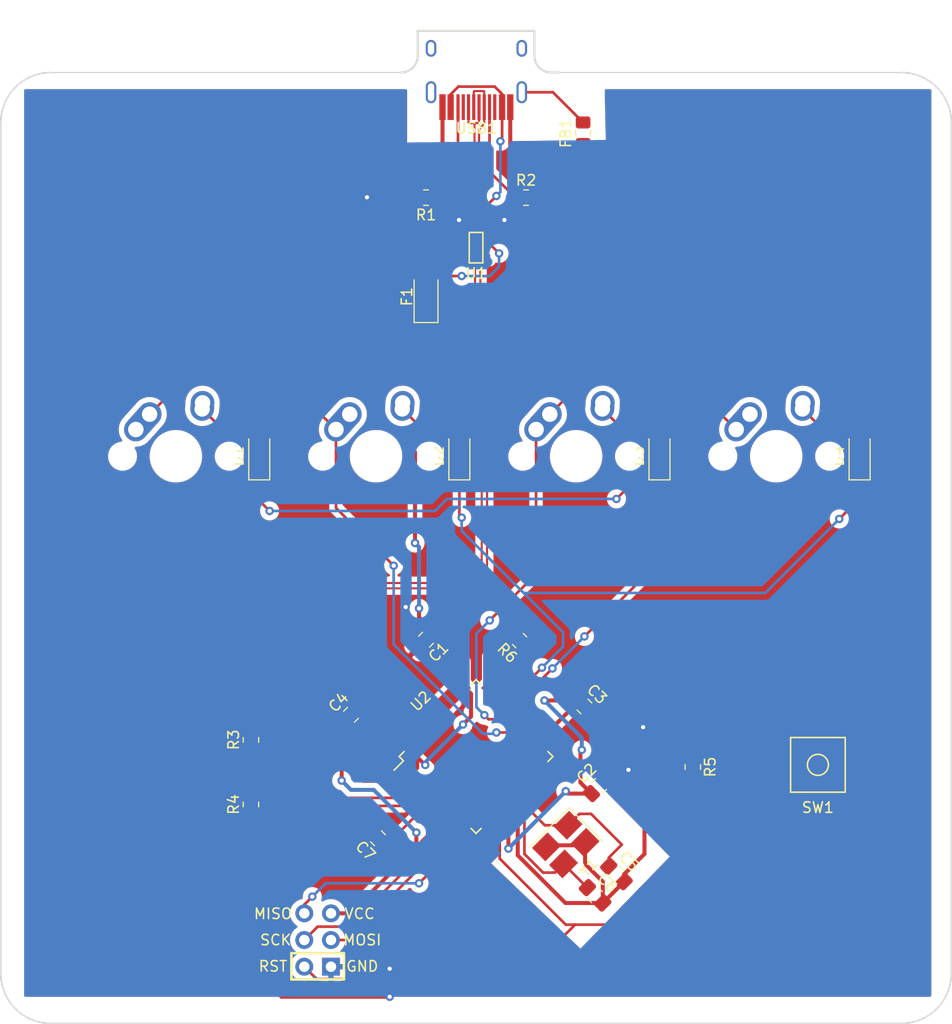
<source format=kicad_pcb>
(kicad_pcb (version 20211014) (generator pcbnew)
  (layers (0 "F.Cu" signal) (31 "B.Cu" signal) (34 "B.Paste" user) (35 "F.Paste" user) (36 "B.SilkS" user "B.Silkscreen") (37 "F.SilkS" user "F.Silkscreen") (38 "B.Mask" user) (39 "F.Mask" user) (44 "Edge.Cuts" user))
  (net 0 "")
  (net 1 "+5V")
  (net 2 "GND")
  (net 3 "Net-(C5-Pad1)")
  (net 4 "Net-(C6-Pad1)")
  (net 5 "Net-(C7-Pad1)")
  (net 6 "ROW0")
  (net 7 "Net-(D1-Pad2)")
  (net 8 "ROW1")
  (net 9 "Net-(D2-Pad2)")
  (net 10 "Net-(D3-Pad2)")
  (net 11 "Net-(D4-Pad2)")
  (net 12 "VCC")
  (net 13 "MISO")
  (net 14 "SCK")
  (net 15 "MOSI")
  (net 16 "RESET")
  (net 17 "COL0")
  (net 18 "COL1")
  (net 19 "Net-(R1-Pad1)")
  (net 20 "Net-(R2-Pad1)")
  (net 21 "Net-(R3-Pad1)")
  (net 22 "D-")
  (net 23 "Net-(R4-Pad1)")
  (net 24 "D+")
  (net 25 "Net-(R6-Pad2)")
  (net 47 "GNDREF")
  (footprint "Resistor_SMD:R_0805_2012Metric_Pad1.20x1.40mm_HandSolder" (layer "F.Cu") (at 140.49375 48.41875)
    (fp_text reference "R2")
    (fp_text value "5.1k")
  )
  (footprint "Capacitor_SMD:C_0805_2012Metric_Pad1.18x1.45mm_HandSolder" (layer "F.Cu") (at 146.05 96.8375 -45)
    (fp_text reference "C3")
    (fp_text value "0.1uF")
  )
  (footprint "MX_Alps_Hybrid:MX-1U-NoLED" (layer "F.Cu") (at 107.15625 73.025)
    (fp_text reference "MX1")
    (fp_text value "MX-NoLED")
  )
  (footprint "Resistor_SMD:R_0805_2012Metric_Pad1.20x1.40mm_HandSolder" (layer "F.Cu") (at 114.3 106.15625 90)
    (fp_text reference "R4")
    (fp_text value "22")
  )
  (footprint "Type-C:HRO-TYPE-C-31-M-12-HandSoldering" (layer "F.Cu") (at 135.763 31.609995 180)
    (fp_text reference "USB1")
    (fp_text value "HRO-TYPE-C-31-M-12")
  )
  (footprint "random-keyboard-parts:SKQG-1155865" (layer "F.Cu") (at 168.275 102.39375)
    (fp_text reference "SW1")
    (fp_text value "SW_Push")
  )
  (footprint "MX_Alps_Hybrid:MX-1U-NoLED" (layer "F.Cu") (at 126.20625 73.025)
    (fp_text reference "MX2")
    (fp_text value "MX-NoLED")
  )
  (footprint "MX_Alps_Hybrid:MX-1U-NoLED" (layer "F.Cu") (at 145.25625 73.025)
    (fp_text reference "MX3")
    (fp_text value "MX-NoLED")
  )
  (footprint "random-keyboard-parts:Reset_Pretty-Mask" (layer "F.Cu") (at 120.65 119.0625)
    (fp_text reference "J1")
    (fp_text value "AVR-ISP-6")
  )
  (footprint "Crystal:Crystal_SMD_3225-4Pin_3.2x2.5mm_HandSoldering" (layer "F.Cu") (at 144.272 109.982 -135)
    (fp_text reference "Y1")
    (fp_text value "16MHz")
  )
  (footprint "MX_Alps_Hybrid:MX-1U-NoLED" (layer "F.Cu") (at 164.30625 73.025)
    (fp_text reference "MX4")
    (fp_text value "MX-NoLED")
  )
  (footprint "Diode_SMD:D_SOD-123" (layer "F.Cu") (at 115.09375 73.025 90)
    (fp_text reference "D1")
    (fp_text value "D_Small")
  )
  (footprint "Capacitor_SMD:C_0805_2012Metric_Pad1.18x1.45mm_HandSolder" (layer "F.Cu") (at 147.447 104.394 45)
    (fp_text reference "C2")
    (fp_text value "0.1uF")
  )
  (footprint "Diode_SMD:D_SOD-123" (layer "F.Cu") (at 134.14375 73.025 90)
    (fp_text reference "D2")
    (fp_text value "D_Small")
  )
  (footprint "Diode_SMD:D_SOD-123" (layer "F.Cu") (at 172.24375 73.025 90)
    (fp_text reference "D4")
    (fp_text value "D_Small")
  )
  (footprint "random-keyboard-parts:SOT143B" (layer "F.Cu") (at 135.73125 53.18125)
    (fp_text reference "U1")
    (fp_text value "PRTR5V0U2X")
  )
  (footprint "Diode_SMD:D_SOD-123" (layer "F.Cu") (at 153.19375 73.025 90)
    (fp_text reference "D3")
    (fp_text value "D_Small")
  )
  (footprint "Resistor_SMD:R_0805_2012Metric_Pad1.20x1.40mm_HandSolder" (layer "F.Cu") (at 130.96875 48.41875 180)
    (fp_text reference "R1")
    (fp_text value "5.1k")
  )
  (footprint "Inductor_SMD:L_0805_2012Metric_Pad1.15x1.40mm_HandSolder" (layer "F.Cu") (at 145.923 42.291 90)
    (fp_text reference "FB1")
    (fp_text value "60@100MHz")
  )
  (footprint "Resistor_SMD:R_0805_2012Metric_Pad1.20x1.40mm_HandSolder" (layer "F.Cu") (at 114.3 100.0125 90)
    (fp_text reference "R3")
    (fp_text value "22")
  )
  (footprint "Capacitor_SMD:C_0805_2012Metric_Pad1.18x1.45mm_HandSolder" (layer "F.Cu") (at 126.393377 109.375377 135)
    (fp_text reference "C7")
    (fp_text value "1uF")
  )
  (footprint "Diode_SMD:D_1206_3216Metric_Pad1.42x1.75mm_HandSolder" (layer "F.Cu") (at 130.96875 57.84375 90)
    (fp_text reference "F1")
    (fp_text value "500m")
  )
  (footprint "Resistor_SMD:R_0805_2012Metric_Pad1.20x1.40mm_HandSolder" (layer "F.Cu") (at 139.873286 90.574143 135)
    (fp_text reference "R6")
    (fp_text value "10K")
  )
  (footprint "Capacitor_SMD:C_0805_2012Metric_Pad1.18x1.45mm_HandSolder" (layer "F.Cu") (at 149.098 112.776 -45)
    (fp_text reference "C5")
    (fp_text value "22pF")
  )
  (footprint "Capacitor_SMD:C_0805_2012Metric_Pad1.18x1.45mm_HandSolder" (layer "F.Cu") (at 123.825 97.63125 45)
    (fp_text reference "C4")
    (fp_text value "10pF")
  )
  (footprint "Package_QFP:TQFP-44_10x10mm_P0.8mm" (layer "F.Cu") (at 135.73125 101.6 45)
    (fp_text reference "U2")
    (fp_text value "ATmega32U4-A")
  )
  (footprint "Capacitor_SMD:C_0805_2012Metric_Pad1.18x1.45mm_HandSolder" (layer "F.Cu") (at 147.066 114.808 -45)
    (fp_text reference "C6")
    (fp_text value "22pF")
  )
  (footprint "Capacitor_SMD:C_0805_2012Metric_Pad1.18x1.45mm_HandSolder" (layer "F.Cu") (at 130.96875 90.4875 -135)
    (fp_text reference "C1")
    (fp_text value "0.1uF")
  )
  (footprint "Resistor_SMD:R_0805_2012Metric_Pad1.20x1.40mm_HandSolder" (layer "F.Cu") (at 156.36875 102.6 -90)
    (fp_text reference "R5")
    (fp_text value "10k")
  )
  (gr_line (start 95.25 36.5125) (end 128.5875 36.5125) (layer "Edge.Cuts") (width 0.1))
  (gr_line (start 90.4875 41.275) (end 90.4875 122.2375) (layer "Edge.Cuts") (width 0.15))
  (gr_arc (start 180.975 122.2375) (mid 179.580096 125.605096) (end 176.2125 127) (layer "Edge.Cuts") (width 0.15))
  (gr_line (start 142.875 36.5125) (end 143.66875 36.5125) (layer "Edge.Cuts") (width 0.2))
  (gr_line (start 143.66875 36.5125) (end 176.2125 36.5125) (layer "Edge.Cuts") (width 0.1))
  (gr_line (start 95.25 127) (end 176.2125 127) (layer "Edge.Cuts") (width 0.15))
  (gr_line (start 141.2875 32.54375) (end 141.2875 34.925) (layer "Edge.Cuts") (width 0.2))
  (gr_line (start 130.175 32.54375) (end 141.2875 32.54375) (layer "Edge.Cuts") (width 0.2))
  (gr_arc (start 142.875 36.5125) (mid 141.752468 36.047532) (end 141.2875 34.925) (layer "Edge.Cuts") (width 0.2))
  (gr_arc (start 176.2125 36.5125) (mid 179.580096 37.907404) (end 180.975 41.275) (layer "Edge.Cuts") (width 0.15))
  (gr_arc (start 90.4875 41.275) (mid 91.882404 37.907404) (end 95.25 36.5125) (layer "Edge.Cuts") (width 0.15))
  (gr_line (start 130.175 34.925) (end 130.175 32.54375) (layer "Edge.Cuts") (width 0.2))
  (gr_line (start 180.975 41.275) (end 180.975 122.2375) (layer "Edge.Cuts") (width 0.15))
  (gr_arc (start 95.25 127) (mid 91.882404 125.605096) (end 90.4875 122.2375) (layer "Edge.Cuts") (width 0.15))
  (gr_arc (start 130.175 34.925) (mid 129.710032 36.047532) (end 128.5875 36.5125) (layer "Edge.Cuts") (width 0.2))
  (segment (start 130.2385 110.0455) (end 130.048 109.855) (width 0.381) (layer "F.Cu") (net 1))
  (segment (start 130.124698 101.650302) (end 130.124698 102.681069) (width 0.381) (layer "F.Cu") (net 1))
  (segment (start 145.154254 96.266) (end 145.316377 96.103877) (width 0.381) (layer "F.Cu") (net 1))
  (segment (start 130.124698 101.650302) (end 128.872314 100.397918) (width 0.381) (layer "F.Cu") (net 1))
  (segment (start 130.96875 59.33125) (end 126.619 63.681) (width 0.381) (layer "F.Cu") (net 1))
  (segment (start 124.999366 103.917366) (end 128.888401 103.917366) (width 0.381) (layer "F.Cu") (net 1))
  (segment (start 123.091377 98.364873) (end 125.124422 100.397918) (width 0.381) (layer "F.Cu") (net 1))
  (segment (start 130.124698 102.681069) (end 129.438 103.367767) (width 0.381) (layer "F.Cu") (net 1))
  (segment (start 122.174 99.551434) (end 122.174 101.092) (width 0.381) (layer "F.Cu") (net 1))
  (segment (start 145.669 101.092) (end 145.796 100.965) (width 0.381) (layer "F.Cu") (net 1))
  (segment (start 145.669 103.124) (end 145.669 101.092) (width 0.381) (layer "F.Cu") (net 1))
  (segment (start 122.936 101.854) (end 122.809 101.727) (width 0.381) (layer "F.Cu") (net 1))
  (segment (start 122.809 101.727) (end 124.999366 103.917366) (width 0.381) (layer "F.Cu") (net 1))
  (segment (start 134.529168 92.580672) (end 134.529168 94.741064) (width 0.381) (layer "F.Cu") (net 1))
  (segment (start 122.174 101.092) (end 122.809 101.727) (width 0.381) (layer "F.Cu") (net 1))
  (segment (start 123.091377 98.364873) (end 123.091377 98.634057) (width 0.381) (layer "F.Cu") (net 1))
  (segment (start 130.2385 110.0455) (end 131.191 109.093) (width 0.381) (layer "F.Cu") (net 1))
  (segment (start 147.193 101.6) (end 145.669 103.124) (width 0.381) (layer "F.Cu") (net 1))
  (segment (start 145.316377 96.540356) (end 142.0245 99.832233) (width 0.381) (layer "F.Cu") (net 1))
  (segment (start 138.811 110.363) (end 138.811 108.073863) (width 0.381) (layer "F.Cu") (net 1))
  (segment (start 132.816025 105.646596) (end 132.266427 106.196194) (width 0.381) (layer "F.Cu") (net 1))
  (segment (start 122.936 103.886) (end 122.936 101.854) (width 0.381) (layer "F.Cu") (net 1))
  (segment (start 134.529168 94.741064) (end 134.529168 94.905168) (width 0.381) (layer "F.Cu") (net 1))
  (segment (start 144.497623 105.127623) (end 144.272 104.902) (width 0.381) (layer "F.Cu") (net 1))
  (segment (start 142.24 96.266) (end 145.154254 96.266) (width 0.381) (layer "F.Cu") (net 1))
  (segment (start 145.669 103.124) (end 145.669 104.083246) (width 0.381) (layer "F.Cu") (net 1))
  (segment (start 135.255 95.631) (end 135.255 97.79) (width 0.381) (layer "F.Cu") (net 1))
  (segment (start 134.529168 94.905168) (end 135.255 95.631) (width 0.381) (layer "F.Cu") (net 1))
  (segment (start 156.36875 101.6) (end 147.193 101.6) (width 0.381) (layer "F.Cu") (net 1))
  (segment (start 126.619 63.681) (end 126.619 69.342) (width 0.381) (layer "F.Cu") (net 1))
  (segment (start 136.383733 105.646596) (end 132.816025 105.646596) (width 0.381) (layer "F.Cu") (net 1))
  (segment (start 146.713377 105.127623) (end 144.497623 105.127623) (width 0.381) (layer "F.Cu") (net 1))
  (segment (start 130.879627 102.405231) (end 130.124698 101.650302) (width 0.381) (layer "F.Cu") (net 1))
  (segment (start 125.124422 100.397918) (end 128.872314 100.397918) (width 0.381) (layer "F.Cu") (net 1))
  (segment (start 121.92 116.5225) (end 123.7615 116.5225) (width 0.381) (layer "F.Cu") (net 1))
  (segment (start 135.255 97.79) (end 134.487286 98.557714) (width 0.381) (layer "F.Cu") (net 1))
  (segment (start 129.921 72.644) (end 129.921 81.28) (width 0.381) (layer "F.Cu") (net 1))
  (segment (start 126.619 69.342) (end 128.524 71.247) (width 0.381) (layer "F.Cu") (net 1))
  (segment (start 123.091377 98.634057) (end 122.174 99.551434) (width 0.381) (layer "F.Cu") (net 1))
  (segment (start 130.893769 102.405231) (end 130.879627 102.405231) (width 0.381) (layer "F.Cu") (net 1))
  (segment (start 138.064702 107.327565) (end 136.383733 105.646596) (width 0.381) (layer "F.Cu") (net 1))
  (segment (start 145.669 104.083246) (end 146.713377 105.127623) (width 0.381) (layer "F.Cu") (net 1))
  (segment (start 130.302 88.353504) (end 131.702373 89.753877) (width 0.381) (layer "F.Cu") (net 1))
  (segment (start 145.316377 96.103877) (end 145.316377 96.540356) (width 0.381) (layer "F.Cu") (net 1))
  (segment (start 131.702373 89.753877) (end 134.529168 92.580672) (width 0.381) (layer "F.Cu") (net 1))
  (segment (start 131.191 107.271621) (end 132.266427 106.196194) (width 0.381) (layer "F.Cu") (net 1))
  (segment (start 130.048 109.855) (end 130.048 108.839) (width 0.381) (layer "F.Cu") (net 1))
  (segment (start 131.191 109.093) (end 131.191 107.271621) (width 0.381) (layer "F.Cu") (net 1))
  (segment (start 138.811 108.073863) (end 138.064702 107.327565) (width 0.381) (layer "F.Cu") (net 1))
  (segment (start 130.302 87.503) (end 130.302 88.353504) (width 0.381) (layer "F.Cu") (net 1))
  (segment (start 128.888401 103.917366) (end 129.438 103.367767) (width 0.381) (layer "F.Cu") (net 1))
  (segment (start 123.7615 116.5225) (end 130.2385 110.0455) (width 0.381) (layer "F.Cu") (net 1))
  (segment (start 128.524 71.247) (end 129.921 72.644) (width 0.381) (layer "F.Cu") (net 1))
  (via (at 130.302 87.503) (size 0.8) (drill 0.4) (layers "F.Cu" "B.Cu") (net 1))
  (via (at 129.921 81.28) (size 0.8) (drill 0.4) (layers "F.Cu" "B.Cu") (net 1))
  (via (at 145.796 100.965) (size 0.8) (drill 0.4) (layers "F.Cu" "B.Cu") (net 1))
  (via (at 142.24 96.266) (size 0.8) (drill 0.4) (layers "F.Cu" "B.Cu") (net 1))
  (via (at 130.048 108.839) (size 0.8) (drill 0.4) (layers "F.Cu" "B.Cu") (net 1))
  (via (at 122.936 103.886) (size 0.8) (drill 0.4) (layers "F.Cu" "B.Cu") (net 1))
  (via (at 144.272 104.902) (size 0.8) (drill 0.4) (layers "F.Cu" "B.Cu") (net 1))
  (via (at 138.811 110.363) (size 0.8) (drill 0.4) (layers "F.Cu" "B.Cu") (net 1))
  (via (at 130.893769 102.405231) (size 0.8) (drill 0.4) (layers "F.Cu" "B.Cu") (net 1))
  (via (at 134.487286 98.557714) (size 0.8) (drill 0.4) (layers "F.Cu" "B.Cu") (net 1))
  (segment (start 130.048 108.839) (end 125.984 104.775) (width 0.381) (layer "B.Cu") (net 1))
  (segment (start 145.796 99.822) (end 142.24 96.266) (width 0.381) (layer "B.Cu") (net 1))
  (segment (start 134.487286 98.557714) (end 130.893769 102.151231) (width 0.381) (layer "B.Cu") (net 1))
  (segment (start 123.825 104.775) (end 122.936 103.886) (width 0.381) (layer "B.Cu") (net 1))
  (segment (start 130.893769 102.151231) (end 130.893769 102.405231) (width 0.381) (layer "B.Cu") (net 1))
  (segment (start 125.984 104.775) (end 123.952 104.775) (width 0.381) (layer "B.Cu") (net 1))
  (segment (start 123.952 104.775) (end 123.825 104.775) (width 0.381) (layer "B.Cu") (net 1))
  (segment (start 129.921 81.28) (end 130.302 81.661) (width 0.381) (layer "B.Cu") (net 1))
  (segment (start 144.272 104.902) (end 138.811 110.363) (width 0.381) (layer "B.Cu") (net 1))
  (segment (start 145.796 100.965) (end 145.796 99.822) (width 0.381) (layer "B.Cu") (net 1))
  (segment (start 130.302 81.661) (end 130.302 87.503) (width 0.381) (layer "B.Cu") (net 1))
  (segment (start 145.506877 97.571123) (end 142.680082 100.397918) (width 0.381) (layer "F.Cu") (net 2))
  (segment (start 129.032 90.017996) (end 129.032 87.376) (width 0.381) (layer "F.Cu") (net 2))
  (segment (start 147.799623 113.509623) (end 146.110478 111.820478) (width 0.381) (layer "F.Cu") (net 2))
  (segment (start 138.988 45.913) (end 138.988 39.804995) (width 0.381) (layer "F.Cu") (net 2))
  (segment (start 121.92 121.6025) (end 127.3175 121.6025) (width 0.381) (layer "F.Cu") (net 2))
  (segment (start 125.349 48.387) (end 129.937 48.387) (width 0.381) (layer "F.Cu") (net 2))
  (segment (start 116.586 114.427) (end 122.371246 108.641754) (width 0.381) (layer "F.Cu") (net 2))
  (segment (start 130.235127 91.221123) (end 129.032 90.017996) (width 0.381) (layer "F.Cu") (net 2))
  (segment (start 124.558623 96.897627) (end 126.503394 96.897627) (width 0.381) (layer "F.Cu") (net 2))
  (segment (start 130.235127 91.578394) (end 133.963483 95.30675) (width 0.381) (layer "F.Cu") (net 2))
  (segment (start 136.017 104.267) (end 131.932879 104.267) (width 0.381) (layer "F.Cu") (net 2))
  (segment (start 133.98125 52.43125) (end 134.73125 52.43125) (width 0.381) (layer "F.Cu") (net 2))
  (segment (start 132.088 50.538) (end 133.98125 52.43125) (width 0.381) (layer "F.Cu") (net 2))
  (segment (start 122.371246 108.641754) (end 125.659754 108.641754) (width 0.381) (layer "F.Cu") (net 2))
  (segment (start 149.831623 113.509623) (end 149.831623 112.804377) (width 0.381) (layer "F.Cu") (net 2))
  (segment (start 130.235127 91.221123) (end 130.235127 91.578394) (width 0.381) (layer "F.Cu") (net 2))
  (segment (start 129.438 99.832233) (end 129.987599 100.381832) (width 0.381) (layer "F.Cu") (net 2))
  (segment (start 126.503394 96.897627) (end 129.438 99.832233) (width 0.381) (layer "F.Cu") (net 2))
  (segment (start 139.7 107.831492) (end 138.630388 106.76188) (width 0.381) (layer "F.Cu") (net 2))
  (segment (start 153.197123 97.571123) (end 149.189877 97.571123) (width 0.381) (layer "F.Cu") (net 2))
  (segment (start 132.096 50.546) (end 132.088 50.538) (width 0.381) (layer "F.Cu") (net 2))
  (segment (start 142.576534 110.05112) (end 145.829226 110.05112) (width 0.381) (layer "F.Cu") (net 2))
  (segment (start 142.900004 91.28125) (end 149.189877 97.571123) (width 0.381) (layer "F.Cu") (net 2))
  (segment (start 127.558125 108.641754) (end 131.135056 105.064823) (width 0.381) (layer "F.Cu") (net 2))
  (segment (start 148.180623 103.660377) (end 149.450623 103.660377) (width 0.381) (layer "F.Cu") (net 2))
  (segment (start 149.831623 112.804377) (end 151.765 110.871) (width 0.381) (layer "F.Cu") (net 2))
  (segment (start 127.508 124.46) (end 117.221 124.46) (width 0.381) (layer "F.Cu") (net 2))
  (segment (start 129.438 99.832233) (end 131.932879 102.327112) (width 0.381) (layer "F.Cu") (net 2))
  (segment (start 151.765 107.244754) (end 148.180623 103.660377) (width 0.381) (layer "F.Cu") (net 2))
  (segment (start 132.538 45.8495) (end 132.538 39.804995) (width 0.381) (layer "F.Cu") (net 2))
  (segment (start 138.988 39.804995) (end 138.988 39.484995) (width 0.381) (layer "F.Cu") (net 2))
  (segment (start 140.580393 91.28125) (end 142.900004 91.28125) (width 0.381) (layer "F.Cu") (net 2))
  (segment (start 147.799623 115.541623) (end 149.831623 113.509623) (width 0.381) (layer "F.Cu") (net 2))
  (segment (start 141.49375 48.41875) (end 139.3665 50.546) (width 0.381) (layer "F.Cu") (net 2))
  (segment (start 171.866123 97.571123) (end 153.197123 97.571123) (width 0.381) (layer "F.Cu") (net 2))
  (segment (start 142.680082 100.397918) (end 142.590186 100.397918) (width 0.381) (layer "F.Cu") (net 2))
  (segment (start 149.189877 97.571123) (end 146.783623 97.571123) (width 0.381) (layer "F.Cu") (net 2))
  (segment (start 142.433522 110.194132) (end 142.576534 110.05112) (width 0.381) (layer "F.Cu") (net 2))
  (segment (start 129.987599 100.381832) (end 131.012168 100.381832) (width 0.381) (layer "F.Cu") (net 2))
  (segment (start 134.513082 95.856349) (end 133.963483 95.30675) (width 0.381) (layer "F.Cu") (net 2))
  (segment (start 117.221 124.46) (end 116.586 123.825) (width 0.381) (layer "F.Cu") (net 2))
  (segment (start 145.923 43.316) (end 145.923 43.9895) (width 0.381) (layer "F.Cu") (net 2))
  (segment (start 171.375 104.24375) (end 173.25125 104.24375) (width 0.381) (layer "F.Cu") (net 2))
  (segment (start 145.923 43.9895) (end 141.49375 48.41875) (width 0.381) (layer "F.Cu") (net 2))
  (segment (start 141.49375 48.41875) (end 138.988 45.913) (width 0.381) (layer "F.Cu") (net 2))
  (segment (start 139.3665 50.546) (end 138.43 50.546) (width 0.381) (layer "F.Cu") (net 2))
  (segment (start 173.25125 104.24375) (end 175.895 101.6) (width 0.381) (layer "F.Cu") (net 2))
  (segment (start 131.932879 102.327112) (end 131.932879 104.267) (width 0.381) (layer "F.Cu") (net 2))
  (segment (start 144.243623 115.541623) (end 139.7 110.998) (width 0.381) (layer "F.Cu") (net 2))
  (segment (start 129.937 48.387) (end 129.96875 48.41875) (width 0.381) (layer "F.Cu") (net 2))
  (segment (start 146.110478 111.820478) (end 146.110478 109.769868) (width 0.381) (layer "F.Cu") (net 2))
  (segment (start 175.895 101.6) (end 171.866123 97.571123) (width 0.381) (layer "F.Cu") (net 2))
  (segment (start 149.450623 103.660377) (end 150.241 102.87) (width 0.381) (layer "F.Cu") (net 2))
  (segment (start 129.96875 48.41875) (end 132.088 50.538) (width 0.381) (layer "F.Cu") (net 2))
  (segment (start 127.3175 121.6025) (end 127.508 121.793) (width 0.381) (layer "F.Cu") (net 2))
  (segment (start 138.51188 106.76188) (end 136.017 104.267) (width 0.381) (layer "F.Cu") (net 2))
  (segment (start 131.932879 104.267) (end 131.135056 105.064823) (width 0.381) (layer "F.Cu") (net 2))
  (segment (start 152.872877 97.571123) (end 153.197123 97.571123) (width 0.381) (layer "F.Cu") (net 2))
  (segment (start 129.96875 48.41875) (end 132.538 45.8495) (width 0.381) (layer "F.Cu") (net 2))
  (segment (start 116.586 123.825) (end 116.586 114.427) (width 0.381) (layer "F.Cu") (net 2))
  (segment (start 147.799623 115.541623) (end 144.243623 115.541623) (width 0.381) (layer "F.Cu") (net 2))
  (segment (start 134.112 50.546) (end 132.096 50.546) (width 0.381) (layer "F.Cu") (net 2))
  (segment (start 151.765 110.871) (end 151.765 107.244754) (width 0.381) (layer "F.Cu") (net 2))
  (segment (start 134.513082 96.880918) (end 134.513082 95.856349) (width 0.381) (layer "F.Cu") (net 2))
  (segment (start 131.012168 100.381832) (end 134.513082 96.880918) (width 0.381) (layer "F.Cu") (net 2))
  (segment (start 139.7 110.998) (end 139.7 107.831492) (width 0.381) (layer "F.Cu") (net 2))
  (segment (start 146.783623 97.571123) (end 145.506877 97.571123) (width 0.381) (layer "F.Cu") (net 2))
  (segment (start 151.638 98.806) (end 152.872877 97.571123) (width 0.381) (layer "F.Cu") (net 2))
  (segment (start 125.659754 108.641754) (end 127.558125 108.641754) (width 0.381) (layer "F.Cu") (net 2))
  (segment (start 138.630388 106.76188) (end 138.51188 106.76188) (width 0.381) (layer "F.Cu") (net 2))
  (segment (start 132.538 39.804995) (end 132.538 39.484995) (width 0.381) (layer "F.Cu") (net 2))
  (segment (start 147.799623 115.541623) (end 147.799623 113.509623) (width 0.381) (layer "F.Cu") (net 2))
  (segment (start 145.829226 110.05112) (end 146.110478 109.769868) (width 0.381) (layer "F.Cu") (net 2))
  (via (at 125.349 48.387) (size 0.8) (drill 0.4) (layers "F.Cu" "B.Cu") (net 2))
  (via (at 134.112 50.546) (size 0.8) (drill 0.4) (layers "F.Cu" "B.Cu") (net 2))
  (via (at 138.43 50.546) (size 0.8) (drill 0.4) (layers "F.Cu" "B.Cu") (net 2))
  (via (at 129.032 87.376) (size 0.8) (drill 0.4) (layers "F.Cu" "B.Cu") (net 2))
  (via (at 127.508 121.793) (size 0.8) (drill 0.4) (layers "F.Cu" "B.Cu") (net 2))
  (via (at 150.241 102.87) (size 0.8) (drill 0.4) (layers "F.Cu" "B.Cu") (net 2))
  (via (at 151.638 98.806) (size 0.8) (drill 0.4) (layers "F.Cu" "B.Cu") (net 2))
  (via (at 127.508 124.46) (size 0.8) (drill 0.4) (layers "F.Cu" "B.Cu") (net 2))
  (segment (start 150.241 99.568) (end 150.368 99.441) (width 0.381) (layer "B.Cu") (net 2))
  (segment (start 99.441 66.802) (end 117.856 48.387) (width 0.381) (layer "B.Cu") (net 2))
  (segment (start 126.339936 80.772) (end 101.6 80.772) (width 0.381) (layer "B.Cu") (net 2))
  (segment (start 138.43 50.546) (end 134.112 50.546) (width 0.381) (layer "B.Cu") (net 2))
  (segment (start 129.032 83.464064) (end 126.339936 80.772) (width 0.381) (layer "B.Cu") (net 2))
  (segment (start 150.241 102.87) (end 150.241 99.568) (width 0.381) (layer "B.Cu") (net 2))
  (segment (start 129.032 87.376) (end 129.032 83.464064) (width 0.381) (layer "B.Cu") (net 2))
  (segment (start 117.856 48.387) (end 125.349 48.387) (width 0.381) (layer "B.Cu") (net 2))
  (segment (start 150.368 99.441) (end 151.003 98.806) (width 0.381) (layer "B.Cu") (net 2))
  (segment (start 127.508 121.793) (end 127.508 124.46) (width 0.381) (layer "B.Cu") (net 2))
  (segment (start 99.441 78.613) (end 99.441 66.802) (width 0.381) (layer "B.Cu") (net 2))
  (segment (start 101.6 80.772) (end 99.441 78.613) (width 0.381) (layer "B.Cu") (net 2))
  (segment (start 151.003 98.806) (end 151.638 98.806) (width 0.381) (layer "B.Cu") (net 2))
  (segment (start 149.606 109.982) (end 146.685 107.061) (width 0.254) (layer "F.Cu") (net 3))
  (segment (start 142.274772 108.143522) (end 139.761759 105.630509) (width 0.254) (layer "F.Cu") (net 3))
  (segment (start 146.685 107.061) (end 145.566654 107.061) (width 0.254) (layer "F.Cu") (net 3))
  (segment (start 148.364377 112.042377) (end 148.364377 111.223623) (width 0.254) (layer "F.Cu") (net 3))
  (segment (start 145.566654 107.061) (end 144.484132 108.143522) (width 0.254) (layer "F.Cu") (net 3))
  (segment (start 148.364377 111.223623) (end 149.606 109.982) (width 0.254) (layer "F.Cu") (net 3))
  (segment (start 144.484132 108.143522) (end 142.274772 108.143522) (width 0.254) (layer "F.Cu") (net 3))
  (segment (start 140.335 110.871) (end 140.335 107.335121) (width 0.254) (layer "F.Cu") (net 4))
  (segment (start 143.231346 112.649) (end 142.113 112.649) (width 0.254) (layer "F.Cu") (net 4))
  (segment (start 142.113 112.649) (end 140.335 110.871) (width 0.254) (layer "F.Cu") (net 4))
  (segment (start 146.313767 114.074377) (end 144.059868 111.820478) (width 0.254) (layer "F.Cu") (net 4))
  (segment (start 140.335 107.335121) (end 139.196073 106.196194) (width 0.254) (layer "F.Cu") (net 4))
  (segment (start 146.332377 114.074377) (end 146.313767 114.074377) (width 0.254) (layer "F.Cu") (net 4))
  (segment (start 144.059868 111.820478) (end 143.231346 112.649) (width 0.254) (layer "F.Cu") (net 4))
  (segment (start 127.127 110.109) (end 131.605491 105.630509) (width 0.254) (layer "F.Cu") (net 5))
  (segment (start 131.605491 105.630509) (end 131.700741 105.630509) (width 0.254) (layer "F.Cu") (net 5))
  (segment (start 153.19375 83.02625) (end 146.05 90.17) (width 0.254) (layer "F.Cu") (net 6))
  (segment (start 143.002 93.218) (end 139.216194 97.003806) (width 0.254) (layer "F.Cu") (net 6))
  (segment (start 151.512 74.675) (end 153.19375 74.675) (width 0.254) (layer "F.Cu") (net 6))
  (segment (start 115.09375 74.675) (end 115.09375 77.24775) (width 0.254) (layer "F.Cu") (net 6))
  (segment (start 115.09375 77.24775) (end 116.078 78.232) (width 0.254) (layer "F.Cu") (net 6))
  (segment (start 139.216194 97.003806) (end 139.196073 97.003806) (width 0.254) (layer "F.Cu") (net 6))
  (segment (start 149.098 77.089) (end 151.512 74.675) (width 0.254) (layer "F.Cu") (net 6))
  (segment (start 153.19375 74.675) (end 153.19375 83.02625) (width 0.254) (layer "F.Cu") (net 6))
  (via (at 149.098 77.089) (size 0.8) (drill 0.4) (layers "F.Cu" "B.Cu") (net 6))
  (via (at 146.05 90.17) (size 0.8) (drill 0.4) (layers "F.Cu" "B.Cu") (net 6))
  (via (at 116.078 78.232) (size 0.8) (drill 0.4) (layers "F.Cu" "B.Cu") (net 6))
  (via (at 143.002 93.218) (size 0.8) (drill 0.4) (layers "F.Cu" "B.Cu") (net 6))
  (segment (start 132.842 77.216) (end 132.969 77.089) (width 0.254) (layer "B.Cu") (net 6))
  (segment (start 146.05 90.17) (end 143.002 93.218) (width 0.254) (layer "B.Cu") (net 6))
  (segment (start 116.078 78.232) (end 131.826 78.232) (width 0.254) (layer "B.Cu") (net 6))
  (segment (start 131.826 78.232) (end 132.842 77.216) (width 0.254) (layer "B.Cu") (net 6))
  (segment (start 132.969 77.089) (end 149.098 77.089) (width 0.254) (layer "B.Cu") (net 6))
  (segment (start 115.09375 71.375) (end 112.50625 71.375) (width 0.254) (layer "F.Cu") (net 7))
  (segment (start 112.50625 71.375) (end 109.65625 68.525) (width 0.254) (layer "F.Cu") (net 7))
  (segment (start 172.24375 77.05725) (end 170.307 78.994) (width 0.254) (layer "F.Cu") (net 8))
  (segment (start 138.712966 96.43812) (end 138.630388 96.43812) (width 0.254) (layer "F.Cu") (net 8))
  (segment (start 142.005095 93.145991) (end 138.712966 96.43812) (width 0.254) (layer "F.Cu") (net 8))
  (segment (start 134.14375 74.675) (end 134.14375 78.64475) (width 0.254) (layer "F.Cu") (net 8))
  (segment (start 134.14375 78.64475) (end 134.366 78.867) (width 0.254) (layer "F.Cu") (net 8))
  (segment (start 172.24375 74.675) (end 172.24375 77.05725) (width 0.254) (layer "F.Cu") (net 8))
  (via (at 170.307 78.994) (size 0.8) (drill 0.4) (layers "F.Cu" "B.Cu") (net 8))
  (via (at 142.005095 93.145991) (size 0.8) (drill 0.4) (layers "F.Cu" "B.Cu") (net 8))
  (via (at 134.366 78.867) (size 0.8) (drill 0.4) (layers "F.Cu" "B.Cu") (net 8))
  (segment (start 134.366 78.867) (end 134.366 80.137) (width 0.254) (layer "B.Cu") (net 8))
  (segment (start 163.2585 86.0425) (end 140.2715 86.0425) (width 0.254) (layer "B.Cu") (net 8))
  (segment (start 140.2715 86.0425) (end 144.018 89.789) (width 0.254) (layer "B.Cu") (net 8))
  (segment (start 134.366 80.137) (end 135.509 81.28) (width 0.254) (layer "B.Cu") (net 8))
  (segment (start 143.965086 91.186) (end 142.005095 93.145991) (width 0.254) (layer "B.Cu") (net 8))
  (segment (start 144.018 91.186) (end 143.965086 91.186) (width 0.254) (layer "B.Cu") (net 8))
  (segment (start 144.018 89.789) (end 144.018 91.186) (width 0.254) (layer "B.Cu") (net 8))
  (segment (start 170.307 78.994) (end 163.2585 86.0425) (width 0.254) (layer "B.Cu") (net 8))
  (segment (start 135.509 81.28) (end 140.2715 86.0425) (width 0.254) (layer "B.Cu") (net 8))
  (segment (start 131.55625 71.375) (end 128.70625 68.525) (width 0.254) (layer "F.Cu") (net 9))
  (segment (start 134.14375 71.375) (end 131.55625 71.375) (width 0.254) (layer "F.Cu") (net 9))
  (segment (start 150.60625 71.375) (end 147.75625 68.525) (width 0.254) (layer "F.Cu") (net 10))
  (segment (start 153.19375 71.375) (end 150.60625 71.375) (width 0.254) (layer "F.Cu") (net 10))
  (segment (start 172.24375 71.375) (end 169.65625 71.375) (width 0.254) (layer "F.Cu") (net 11))
  (segment (start 169.65625 71.375) (end 166.80625 68.525) (width 0.254) (layer "F.Cu") (net 11))
  (segment (start 137.668 48.26) (end 136.73125 49.19675) (width 0.254) (layer "F.Cu") (net 12))
  (segment (start 133.313 38.587) (end 133.313 39.804995) (width 0.254) (layer "F.Cu") (net 12))
  (segment (start 136.73125 52.53025) (end 137.922 53.721) (width 0.254) (layer "F.Cu") (net 12))
  (segment (start 134.047005 37.852995) (end 133.313 38.587) (width 0.254) (layer "F.Cu") (net 12))
  (segment (start 138.213 42.889) (end 138.049 43.053) (width 0.254) (layer "F.Cu") (net 12))
  (segment (start 136.73125 52.23125) (end 136.73125 52.53025) (width 0.254) (layer "F.Cu") (net 12))
  (segment (start 138.213 39.804995) (end 138.213 38.561996) (width 0.254) (layer "F.Cu") (net 12))
  (segment (start 134.366 55.88) (end 131.445 55.88) (width 0.254) (layer "F.Cu") (net 12))
  (segment (start 131.445 55.88) (end 130.96875 56.35625) (width 0.254) (layer "F.Cu") (net 12))
  (segment (start 138.213 39.804995) (end 138.213 42.889) (width 0.254) (layer "F.Cu") (net 12))
  (segment (start 136.73125 49.19675) (end 136.73125 52.23125) (width 0.254) (layer "F.Cu") (net 12))
  (segment (start 137.503999 37.852995) (end 134.047005 37.852995) (width 0.254) (layer "F.Cu") (net 12))
  (segment (start 138.213 38.561996) (end 137.503999 37.852995) (width 0.254) (layer "F.Cu") (net 12))
  (via (at 134.366 55.88) (size 0.8) (drill 0.4) (layers "F.Cu" "B.Cu") (net 12))
  (via (at 138.049 43.053) (size 0.8) (drill 0.4) (layers "F.Cu" "B.Cu") (net 12))
  (via (at 137.668 48.26) (size 0.8) (drill 0.4) (layers "F.Cu" "B.Cu") (net 12))
  (via (at 137.922 53.721) (size 0.8) (drill 0.4) (layers "F.Cu" "B.Cu") (net 12))
  (segment (start 137.922 54.991) (end 137.033 55.88) (width 0.254) (layer "B.Cu") (net 12))
  (segment (start 138.049 47.879) (end 137.668 48.26) (width 0.254) (layer "B.Cu") (net 12))
  (segment (start 138.049 43.053) (end 138.049 47.879) (width 0.254) (layer "B.Cu") (net 12))
  (segment (start 137.033 55.88) (end 134.366 55.88) (width 0.254) (layer "B.Cu") (net 12))
  (segment (start 137.922 53.721) (end 137.922 54.991) (width 0.254) (layer "B.Cu") (net 12))
  (segment (start 134.529168 109.437832) (end 134.529168 108.458936) (width 0.254) (layer "F.Cu") (net 13))
  (segment (start 119.38 116.5225) (end 119.38 115.697) (width 0.254) (layer "F.Cu") (net 13))
  (segment (start 130.302 113.665) (end 134.529168 109.437832) (width 0.254) (layer "F.Cu") (net 13))
  (segment (start 119.38 115.697) (end 120.142 114.935) (width 0.254) (layer "F.Cu") (net 13))
  (via (at 130.302 113.665) (size 0.8) (drill 0.4) (layers "F.Cu" "B.Cu") (net 13))
  (via (at 120.142 114.935) (size 0.8) (drill 0.4) (layers "F.Cu" "B.Cu") (net 13))
  (segment (start 120.142 114.935) (end 121.412 113.665) (width 0.254) (layer "B.Cu") (net 13))
  (segment (start 121.412 113.665) (end 130.302 113.665) (width 0.254) (layer "B.Cu") (net 13))
  (segment (start 120.65145 117.79105) (end 123.63595 117.79105) (width 0.254) (layer "F.Cu") (net 14))
  (segment (start 119.38 119.0625) (end 120.65145 117.79105) (width 0.254) (layer "F.Cu") (net 14))
  (segment (start 123.63595 117.79105) (end 131.826 109.601) (width 0.254) (layer "F.Cu") (net 14))
  (segment (start 131.826 109.601) (end 131.826 108.899363) (width 0.254) (layer "F.Cu") (net 14))
  (segment (start 131.826 108.899363) (end 133.397798 107.327565) (width 0.254) (layer "F.Cu") (net 14))
  (segment (start 132.842 109.728) (end 132.842 109.014733) (width 0.254) (layer "F.Cu") (net 15))
  (segment (start 132.842 109.014733) (end 133.963483 107.89325) (width 0.254) (layer "F.Cu") (net 15))
  (segment (start 121.92 119.0625) (end 123.5075 119.0625) (width 0.254) (layer "F.Cu") (net 15))
  (segment (start 123.5075 119.0625) (end 132.842 109.728) (width 0.254) (layer "F.Cu") (net 15))
  (segment (start 137.985116 108.379349) (end 137.985116 111.315116) (width 0.254) (layer "F.Cu") (net 16))
  (segment (start 139.9835 122.7795) (end 145.161 117.602) (width 0.254) (layer "F.Cu") (net 16))
  (segment (start 159.425 100.54375) (end 156.36875 103.6) (width 0.254) (layer "F.Cu") (net 16))
  (segment (start 144.272 117.602) (end 145.161 117.602) (width 0.254) (layer "F.Cu") (net 16))
  (segment (start 156.36875 111.09325) (end 156.36875 103.6) (width 0.254) (layer "F.Cu") (net 16))
  (segment (start 119.38 121.6025) (end 120.557 122.7795) (width 0.254) (layer "F.Cu") (net 16))
  (segment (start 137.499017 107.89325) (end 137.985116 108.379349) (width 0.254) (layer "F.Cu") (net 16))
  (segment (start 145.161 117.602) (end 149.86 117.602) (width 0.254) (layer "F.Cu") (net 16))
  (segment (start 120.557 122.7795) (end 139.9835 122.7795) (width 0.254) (layer "F.Cu") (net 16))
  (segment (start 149.86 117.602) (end 156.36875 111.09325) (width 0.254) (layer "F.Cu") (net 16))
  (segment (start 165.175 100.54375) (end 159.425 100.54375) (width 0.254) (layer "F.Cu") (net 16))
  (segment (start 137.985116 111.315116) (end 144.272 117.602) (width 0.254) (layer "F.Cu") (net 16))
  (segment (start 122.39625 77.94625) (end 127.889 83.439) (width 0.254) (layer "F.Cu") (net 17))
  (segment (start 108.585 64.897) (end 116.80825 64.897) (width 0.254) (layer "F.Cu") (net 17))
  (segment (start 108.585 65.09625) (end 108.585 64.897) (width 0.254) (layer "F.Cu") (net 17))
  (segment (start 137.668 99.314) (end 139.148621 99.314) (width 0.254) (layer "F.Cu") (net 17))
  (segment (start 139.148621 99.314) (end 140.327444 98.135177) (width 0.254) (layer "F.Cu") (net 17))
  (segment (start 104.65625 69.025) (end 108.585 65.09625) (width 0.254) (layer "F.Cu") (net 17))
  (segment (start 116.80825 64.897) (end 122.39625 70.485) (width 0.254) (layer "F.Cu") (net 17))
  (segment (start 122.39625 70.485) (end 122.39625 77.94625) (width 0.254) (layer "F.Cu") (net 17))
  (via (at 137.668 99.314) (size 0.8) (drill 0.4) (layers "F.Cu" "B.Cu") (net 17))
  (via (at 127.889 83.439) (size 0.8) (drill 0.4) (layers "F.Cu" "B.Cu") (net 17))
  (segment (start 136.398 99.441) (end 137.541 99.441) (width 0.254) (layer "B.Cu") (net 17))
  (segment (start 137.541 99.441) (end 137.668 99.314) (width 0.254) (layer "B.Cu") (net 17))
  (segment (start 127.889 90.932) (end 136.398 99.441) (width 0.254) (layer "B.Cu") (net 17))
  (segment (start 127.889 83.439) (end 127.889 90.932) (width 0.254) (layer "B.Cu") (net 17))
  (segment (start 141.44625 70.485) (end 141.44625 84.23275) (width 0.254) (layer "F.Cu") (net 18))
  (segment (start 136.91759 98.05559) (end 139.27566 98.05559) (width 0.254) (layer "F.Cu") (net 18))
  (segment (start 156.05125 66.04) (end 160.49625 70.485) (width 0.254) (layer "F.Cu") (net 18))
  (segment (start 142.75625 69.025) (end 145.74125 66.04) (width 0.254) (layer "F.Cu") (net 18))
  (segment (start 136.525 97.663) (end 136.91759 98.05559) (width 0.254) (layer "F.Cu") (net 18))
  (segment (start 145.74125 66.04) (end 156.05125 66.04) (width 0.254) (layer "F.Cu") (net 18))
  (segment (start 139.27566 98.05559) (end 139.761759 97.569491) (width 0.254) (layer "F.Cu") (net 18))
  (segment (start 141.44625 84.23275) (end 137.033 88.646) (width 0.254) (layer "F.Cu") (net 18))
  (via (at 137.033 88.646) (size 0.8) (drill 0.4) (layers "F.Cu" "B.Cu") (net 18))
  (via (at 136.525 97.663) (size 0.8) (drill 0.4) (layers "F.Cu" "B.Cu") (net 18))
  (segment (start 135.763 89.916) (end 135.763 96.774) (width 0.254) (layer "B.Cu") (net 18))
  (segment (start 137.033 88.646) (end 135.763 89.916) (width 0.254) (layer "B.Cu") (net 18))
  (segment (start 135.763 96.774) (end 135.763 96.901) (width 0.254) (layer "B.Cu") (net 18))
  (segment (start 135.763 96.901) (end 136.525 97.663) (width 0.254) (layer "B.Cu") (net 18))
  (segment (start 134.013 46.3745) (end 134.013 39.804995) (width 0.254) (layer "F.Cu") (net 19))
  (segment (start 131.96875 48.41875) (end 134.013 46.3745) (width 0.254) (layer "F.Cu") (net 19))
  (segment (start 139.47775 48.41875) (end 137.013 45.954) (width 0.254) (layer "F.Cu") (net 20))
  (segment (start 139.49375 48.41875) (end 139.47775 48.41875) (width 0.254) (layer "F.Cu") (net 20))
  (segment (start 137.013 45.954) (end 137.013 39.804995) (width 0.254) (layer "F.Cu") (net 20))
  (segment (start 114.3 101.0125) (end 114.3 101.727) (width 0.254) (layer "F.Cu") (net 21))
  (segment (start 118.11 105.537) (end 128.400137 105.537) (width 0.254) (layer "F.Cu") (net 21))
  (segment (start 128.400137 105.537) (end 130.003685 103.933452) (width 0.254) (layer "F.Cu") (net 21))
  (segment (start 114.3 101.727) (end 118.11 105.537) (width 0.254) (layer "F.Cu") (net 21))
  (segment (start 112.141 99.06) (end 114.2525 99.06) (width 0.2) (layer "F.Cu") (net 22))
  (segment (start 136.017 53.417) (end 136.73125 54.13125) (width 0.2) (layer "F.Cu") (net 22))
  (segment (start 135.513 39.804995) (end 135.513 38.329995) (width 0.2) (layer "F.Cu") (net 22))
  (segment (start 114.2525 99.06) (end 114.3 99.0125) (width 0.2) (layer "F.Cu") (net 22))
  (segment (start 112.141 95.631) (end 112.141 99.06) (width 0.2) (layer "F.Cu") (net 22))
  (segment (start 136.017 41.91) (end 136.017 53.417) (width 0.2) (layer "F.Cu") (net 22))
  (segment (start 135.763 85.598) (end 122.174 85.598) (width 0.2) (layer "F.Cu") (net 22))
  (segment (start 136.779 84.582) (end 135.763 85.598) (width 0.2) (layer "F.Cu") (net 22))
  (segment (start 136.513 41.414) (end 136.017 41.91) (width 0.2) (layer "F.Cu") (net 22))
  (segment (start 136.144 70.358) (end 136.779 70.993) (width 0.2) (layer "F.Cu") (net 22))
  (segment (start 136.513 38.329995) (end 136.513 39.804995) (width 0.2) (layer "F.Cu") (net 22))
  (segment (start 136.73125 54.40375) (end 136.144 54.991) (width 0.2) (layer "F.Cu") (net 22))
  (segment (start 136.73125 54.13125) (end 136.73125 54.40375) (width 0.2) (layer "F.Cu") (net 22))
  (segment (start 135.513 38.329995) (end 135.563 38.279995) (width 0.2) (layer "F.Cu") (net 22))
  (segment (start 122.174 85.598) (end 112.141 95.631) (width 0.2) (layer "F.Cu") (net 22))
  (segment (start 136.144 54.991) (end 136.144 70.358) (width 0.2) (layer "F.Cu") (net 22))
  (segment (start 136.513 39.804995) (end 136.513 41.414) (width 0.2) (layer "F.Cu") (net 22))
  (segment (start 136.779 70.993) (end 136.779 84.582) (width 0.2) (layer "F.Cu") (net 22))
  (segment (start 136.463 38.279995) (end 136.513 38.329995) (width 0.2) (layer "F.Cu") (net 22))
  (segment (start 135.563 38.279995) (end 136.463 38.279995) (width 0.2) (layer "F.Cu") (net 22))
  (segment (start 116.99875 107.15625) (end 117.856 106.299) (width 0.254) (layer "F.Cu") (net 23))
  (segment (start 117.856 106.299) (end 128.769508 106.299) (width 0.254) (layer "F.Cu") (net 23))
  (segment (start 128.769508 106.299) (end 130.56937 104.499138) (width 0.254) (layer "F.Cu") (net 23))
  (segment (start 114.3 107.15625) (end 116.99875 107.15625) (width 0.254) (layer "F.Cu") (net 23))
  (segment (start 109.474 103.759) (end 110.87125 105.15625) (width 0.2) (layer "F.Cu") (net 24))
  (segment (start 136.271 84.328) (end 135.509 85.09) (width 0.2) (layer "F.Cu") (net 24))
  (segment (start 110.87125 105.15625) (end 114.3 105.15625) (width 0.2) (layer "F.Cu") (net 24))
  (segment (start 136.013 39.804995) (end 136.013 41.279995) (width 0.2) (layer "F.Cu") (net 24))
  (segment (start 136.271 71.12) (end 136.271 84.328) (width 0.2) (layer "F.Cu") (net 24))
  (segment (start 134.73125 54.13125) (end 135.636 55.036) (width 0.2) (layer "F.Cu") (net 24))
  (segment (start 109.474 97.536) (end 109.474 103.759) (width 0.2) (layer "F.Cu") (net 24))
  (segment (start 136.013 41.279995) (end 135.963 41.329995) (width 0.2) (layer "F.Cu") (net 24))
  (segment (start 135.581005 41.329995) (end 135.063 41.329995) (width 0.2) (layer "F.Cu") (net 24))
  (segment (start 121.92 85.09) (end 109.474 97.536) (width 0.2) (layer "F.Cu") (net 24))
  (segment (start 135.581005 53.331495) (end 134.78125 54.13125) (width 0.2) (layer "F.Cu") (net 24))
  (segment (start 134.78125 54.13125) (end 134.73125 54.13125) (width 0.2) (layer "F.Cu") (net 24))
  (segment (start 135.013 41.279995) (end 135.013 39.804995) (width 0.2) (layer "F.Cu") (net 24))
  (segment (start 135.581005 41.329995) (end 135.581005 53.331495) (width 0.2) (layer "F.Cu") (net 24))
  (segment (start 135.636 70.485) (end 136.271 71.12) (width 0.2) (layer "F.Cu") (net 24))
  (segment (start 135.636 55.036) (end 135.636 70.485) (width 0.2) (layer "F.Cu") (net 24))
  (segment (start 135.963 41.329995) (end 135.581005 41.329995) (width 0.2) (layer "F.Cu") (net 24))
  (segment (start 135.509 85.09) (end 121.92 85.09) (width 0.2) (layer "F.Cu") (net 24))
  (segment (start 135.063 41.329995) (end 135.013 41.279995) (width 0.2) (layer "F.Cu") (net 24))
  (segment (start 136.933332 92.099883) (end 136.933332 94.741064) (width 0.254) (layer "F.Cu") (net 25))
  (segment (start 139.166179 89.867036) (end 136.933332 92.099883) (width 0.254) (layer "F.Cu") (net 25))
  (segment (start 145.923 41.266) (end 143.046995 38.389995) (width 0.254) (layer "F.Cu") (net 47))
  (segment (start 143.046995 38.389995) (end 140.083 38.389995) (width 0.254) (layer "F.Cu") (net 47))
  (zone (net 0) (net_name "") (layers F&B.Cu) (connect_pads (clearance 0)) (min_thickness 0.254)
    (keepout (tracks allowed) (vias allowed) (pads allowed) (copperpour not_allowed) (footprints allowed))
    (fill (thermal_gap 0.508) (thermal_bridge_width 0.508))
    (polygon (pts (xy 154.178 111.125) (xy 145.669 119.888) (xy 137.16 111.76) (xy 146.177 102.997)))
  )
  (zone (net 2) (net_name "GND") (layers F&B.Cu) (connect_pads (clearance 0.508)) (min_thickness 0.254) (fill yes (thermal_gap 0.508) (thermal_bridge_width 0.508))
    (polygon (pts (xy 129.54 41.91) (xy 142.24 41.91) (xy 143.637 41.91) (xy 143.51 38.1) (xy 144.526 38.1) (xy 145.542 38.1) (xy 179.07 38.1) (xy 179.07 124.46) (xy 92.71 124.46) (xy 92.71 38.1) (xy 129.54 38.1)))
  )
  (zone (net 0) (net_name "") (layers F&B.Cu) (connect_pads (clearance 0)) (min_thickness 0.254)
    (keepout (tracks allowed) (vias allowed) (pads allowed) (copperpour not_allowed) (footprints allowed))
    (fill (thermal_gap 0.508) (thermal_bridge_width 0.508))
    (polygon (pts (xy 148.082 42.926) (xy 129.159 43.18) (xy 129.159 36.703) (xy 147.955 36.576)))
  )
)
</source>
